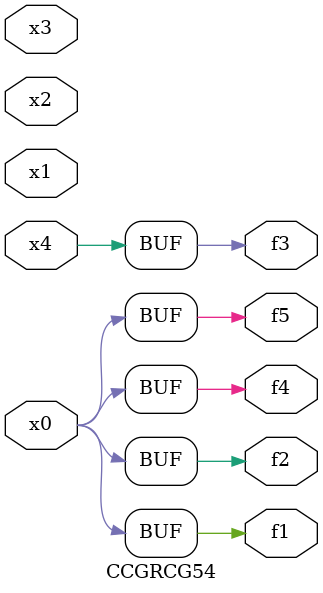
<source format=v>
module CCGRCG54(
	input x0, x1, x2, x3, x4,
	output f1, f2, f3, f4, f5
);
	assign f1 = x0;
	assign f2 = x0;
	assign f3 = x4;
	assign f4 = x0;
	assign f5 = x0;
endmodule

</source>
